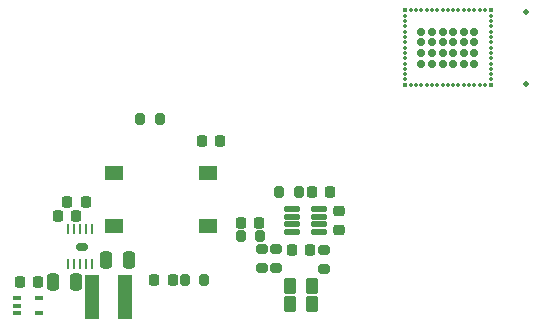
<source format=gtp>
G04 #@! TF.GenerationSoftware,KiCad,Pcbnew,(6.0.7)*
G04 #@! TF.CreationDate,2022-10-27T11:46:26+02:00*
G04 #@! TF.ProjectId,Steuerung,53746575-6572-4756-9e67-2e6b69636164,rev?*
G04 #@! TF.SameCoordinates,Original*
G04 #@! TF.FileFunction,Paste,Top*
G04 #@! TF.FilePolarity,Positive*
%FSLAX46Y46*%
G04 Gerber Fmt 4.6, Leading zero omitted, Abs format (unit mm)*
G04 Created by KiCad (PCBNEW (6.0.7)) date 2022-10-27 11:46:26*
%MOMM*%
%LPD*%
G01*
G04 APERTURE LIST*
G04 Aperture macros list*
%AMRoundRect*
0 Rectangle with rounded corners*
0 $1 Rounding radius*
0 $2 $3 $4 $5 $6 $7 $8 $9 X,Y pos of 4 corners*
0 Add a 4 corners polygon primitive as box body*
4,1,4,$2,$3,$4,$5,$6,$7,$8,$9,$2,$3,0*
0 Add four circle primitives for the rounded corners*
1,1,$1+$1,$2,$3*
1,1,$1+$1,$4,$5*
1,1,$1+$1,$6,$7*
1,1,$1+$1,$8,$9*
0 Add four rect primitives between the rounded corners*
20,1,$1+$1,$2,$3,$4,$5,0*
20,1,$1+$1,$4,$5,$6,$7,0*
20,1,$1+$1,$6,$7,$8,$9,0*
20,1,$1+$1,$8,$9,$2,$3,0*%
G04 Aperture macros list end*
%ADD10RoundRect,0.225000X0.225000X0.250000X-0.225000X0.250000X-0.225000X-0.250000X0.225000X-0.250000X0*%
%ADD11RoundRect,0.200000X-0.200000X-0.275000X0.200000X-0.275000X0.200000X0.275000X-0.200000X0.275000X0*%
%ADD12RoundRect,0.250000X0.250000X0.475000X-0.250000X0.475000X-0.250000X-0.475000X0.250000X-0.475000X0*%
%ADD13RoundRect,0.225000X0.250000X-0.225000X0.250000X0.225000X-0.250000X0.225000X-0.250000X-0.225000X0*%
%ADD14RoundRect,0.087500X-0.087500X0.087500X-0.087500X-0.087500X0.087500X-0.087500X0.087500X0.087500X0*%
%ADD15RoundRect,0.075000X-0.075000X0.100000X-0.075000X-0.100000X0.075000X-0.100000X0.075000X0.100000X0*%
%ADD16RoundRect,0.075000X-0.100000X-0.075000X0.100000X-0.075000X0.100000X0.075000X-0.100000X0.075000X0*%
%ADD17RoundRect,0.075000X0.075000X-0.100000X0.075000X0.100000X-0.075000X0.100000X-0.075000X-0.100000X0*%
%ADD18RoundRect,0.075000X0.100000X0.075000X-0.100000X0.075000X-0.100000X-0.075000X0.100000X-0.075000X0*%
%ADD19RoundRect,0.150000X0.150000X0.150000X-0.150000X0.150000X-0.150000X-0.150000X0.150000X-0.150000X0*%
%ADD20RoundRect,0.107500X0.107500X0.107500X-0.107500X0.107500X-0.107500X-0.107500X0.107500X-0.107500X0*%
%ADD21RoundRect,0.218750X-0.218750X-0.256250X0.218750X-0.256250X0.218750X0.256250X-0.218750X0.256250X0*%
%ADD22R,0.650000X0.400000*%
%ADD23R,1.550000X1.300000*%
%ADD24RoundRect,0.200000X-0.275000X0.200000X-0.275000X-0.200000X0.275000X-0.200000X0.275000X0.200000X0*%
%ADD25R,1.200000X3.700000*%
%ADD26RoundRect,0.062500X-0.062500X0.350000X-0.062500X-0.350000X0.062500X-0.350000X0.062500X0.350000X0*%
%ADD27RoundRect,0.155000X-0.335000X0.155000X-0.335000X-0.155000X0.335000X-0.155000X0.335000X0.155000X0*%
%ADD28RoundRect,0.200000X0.200000X0.275000X-0.200000X0.275000X-0.200000X-0.275000X0.200000X-0.275000X0*%
%ADD29RoundRect,0.250000X-0.262500X-0.450000X0.262500X-0.450000X0.262500X0.450000X-0.262500X0.450000X0*%
%ADD30RoundRect,0.125000X0.537500X0.125000X-0.537500X0.125000X-0.537500X-0.125000X0.537500X-0.125000X0*%
%ADD31RoundRect,0.225000X-0.225000X-0.250000X0.225000X-0.250000X0.225000X0.250000X-0.225000X0.250000X0*%
G04 APERTURE END LIST*
D10*
X154775000Y-91700000D03*
X153225000Y-91700000D03*
D11*
X167925000Y-94600000D03*
X169575000Y-94600000D03*
D12*
X153950000Y-98500000D03*
X152050000Y-98500000D03*
D13*
X176200000Y-94075000D03*
X176200000Y-92525000D03*
D12*
X158450000Y-96600000D03*
X156550000Y-96600000D03*
D14*
X189075000Y-75475000D03*
D15*
X188600000Y-75475000D03*
X188150000Y-75475000D03*
X187700000Y-75475000D03*
X187250000Y-75475000D03*
X186800000Y-75475000D03*
X186350000Y-75475000D03*
X185900000Y-75475000D03*
X185450000Y-75475000D03*
X185000000Y-75475000D03*
X184550000Y-75475000D03*
X184100000Y-75475000D03*
X183650000Y-75475000D03*
X183200000Y-75475000D03*
X182750000Y-75475000D03*
X182300000Y-75475000D03*
D14*
X181825000Y-75475000D03*
D16*
X181825000Y-75950000D03*
X181825000Y-76400000D03*
X181825000Y-76850000D03*
X181825000Y-77300000D03*
X181825000Y-77750000D03*
X181825000Y-78200000D03*
X181825000Y-78650000D03*
X181825000Y-79100000D03*
X181825000Y-79550000D03*
X181825000Y-80000000D03*
X181825000Y-80450000D03*
X181825000Y-80900000D03*
X181825000Y-81350000D03*
D14*
X181825000Y-81825000D03*
D17*
X182300000Y-81825000D03*
X182750000Y-81825000D03*
X183200000Y-81825000D03*
X183650000Y-81825000D03*
X184100000Y-81825000D03*
X184550000Y-81825000D03*
X185000000Y-81825000D03*
X185450000Y-81825000D03*
X185900000Y-81825000D03*
X186350000Y-81825000D03*
X186800000Y-81825000D03*
X187250000Y-81825000D03*
X187700000Y-81825000D03*
X188150000Y-81825000D03*
D15*
X188600000Y-81825000D03*
D14*
X189075000Y-81825000D03*
D18*
X189075000Y-81350000D03*
X189075000Y-80900000D03*
X189075000Y-80450000D03*
X189075000Y-80000000D03*
X189075000Y-79550000D03*
X189075000Y-79100000D03*
X189075000Y-78650000D03*
X189075000Y-78200000D03*
X189075000Y-77750000D03*
X189075000Y-77300000D03*
X189075000Y-76850000D03*
X189075000Y-76400000D03*
X189075000Y-75950000D03*
D19*
X187700000Y-77300000D03*
X186800000Y-77300000D03*
X185900000Y-77300000D03*
X185000000Y-77300000D03*
X184100000Y-77300000D03*
X183200000Y-77300000D03*
X183200000Y-78200000D03*
X183200000Y-79100000D03*
X183200000Y-80000000D03*
X184100000Y-80000000D03*
X185000000Y-80000000D03*
X185900000Y-80000000D03*
X186800000Y-80000000D03*
X187700000Y-80000000D03*
X187700000Y-79100000D03*
X187700000Y-78200000D03*
X186800000Y-78200000D03*
X185900000Y-78200000D03*
X185000000Y-78200000D03*
X184100000Y-78200000D03*
X184100000Y-79100000D03*
X185000000Y-79100000D03*
X185900000Y-79100000D03*
X186800000Y-79100000D03*
D20*
X192035000Y-75600000D03*
X192035000Y-81700000D03*
D21*
X160612500Y-98300000D03*
X162187500Y-98300000D03*
D22*
X148950000Y-99850000D03*
X148950000Y-100500000D03*
X148950000Y-101150000D03*
X150850000Y-101150000D03*
X150850000Y-99850000D03*
D23*
X157225000Y-93750000D03*
X165175000Y-93750000D03*
X157225000Y-89250000D03*
X165175000Y-89250000D03*
D10*
X153975000Y-92900000D03*
X152425000Y-92900000D03*
X150775000Y-98500000D03*
X149225000Y-98500000D03*
D24*
X169700000Y-95675000D03*
X169700000Y-97325000D03*
D25*
X155300000Y-99800000D03*
X158100000Y-99800000D03*
D11*
X159425000Y-84700000D03*
X161075000Y-84700000D03*
D26*
X155300000Y-94037500D03*
X154800000Y-94037500D03*
X154300000Y-94037500D03*
X153800000Y-94037500D03*
X153300000Y-94037500D03*
X153300000Y-96962500D03*
X153800000Y-96962500D03*
X154300000Y-96962500D03*
X154800000Y-96962500D03*
X155300000Y-96962500D03*
D27*
X154450000Y-95500000D03*
D28*
X172825000Y-90900000D03*
X171175000Y-90900000D03*
X164825000Y-98300000D03*
X163175000Y-98300000D03*
D10*
X166175000Y-86600000D03*
X164625000Y-86600000D03*
X169475000Y-93500000D03*
X167925000Y-93500000D03*
D29*
X172087500Y-98800000D03*
X173912500Y-98800000D03*
X172087500Y-100400000D03*
X173912500Y-100400000D03*
D30*
X174537500Y-94275000D03*
X174537500Y-93625000D03*
X174537500Y-92975000D03*
X174537500Y-92325000D03*
X172262500Y-92325000D03*
X172262500Y-92975000D03*
X172262500Y-93625000D03*
X172262500Y-94275000D03*
D31*
X172225000Y-95800000D03*
X173775000Y-95800000D03*
D24*
X170900000Y-95675000D03*
X170900000Y-97325000D03*
X175000000Y-95775000D03*
X175000000Y-97425000D03*
D31*
X173925000Y-90900000D03*
X175475000Y-90900000D03*
M02*

</source>
